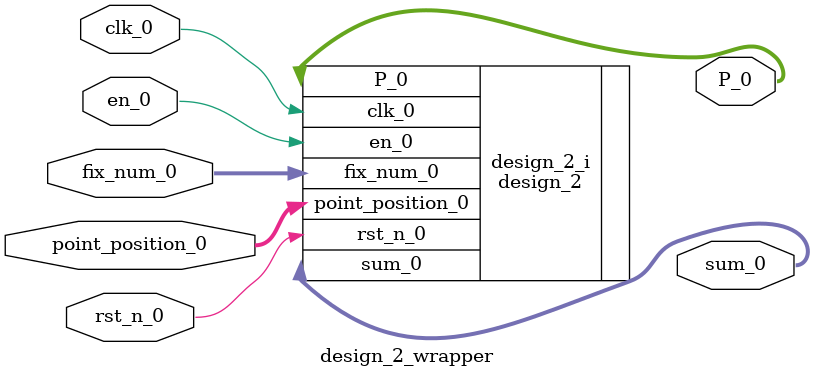
<source format=v>
`timescale 1 ps / 1 ps

module design_2_wrapper
   (P_0,
    clk_0,
    en_0,
    fix_num_0,
    point_position_0,
    rst_n_0,
    sum_0);
  output [31:0]P_0;
  input clk_0;
  input en_0;
  input [15:0]fix_num_0;
  input [2:0]point_position_0;
  input rst_n_0;
  output [63:0]sum_0;

  wire [31:0]P_0;
  wire clk_0;
  wire en_0;
  wire [15:0]fix_num_0;
  wire [2:0]point_position_0;
  wire rst_n_0;
  wire [63:0]sum_0;

  design_2 design_2_i
       (.P_0(P_0),
        .clk_0(clk_0),
        .en_0(en_0),
        .fix_num_0(fix_num_0),
        .point_position_0(point_position_0),
        .rst_n_0(rst_n_0),
        .sum_0(sum_0));
endmodule

</source>
